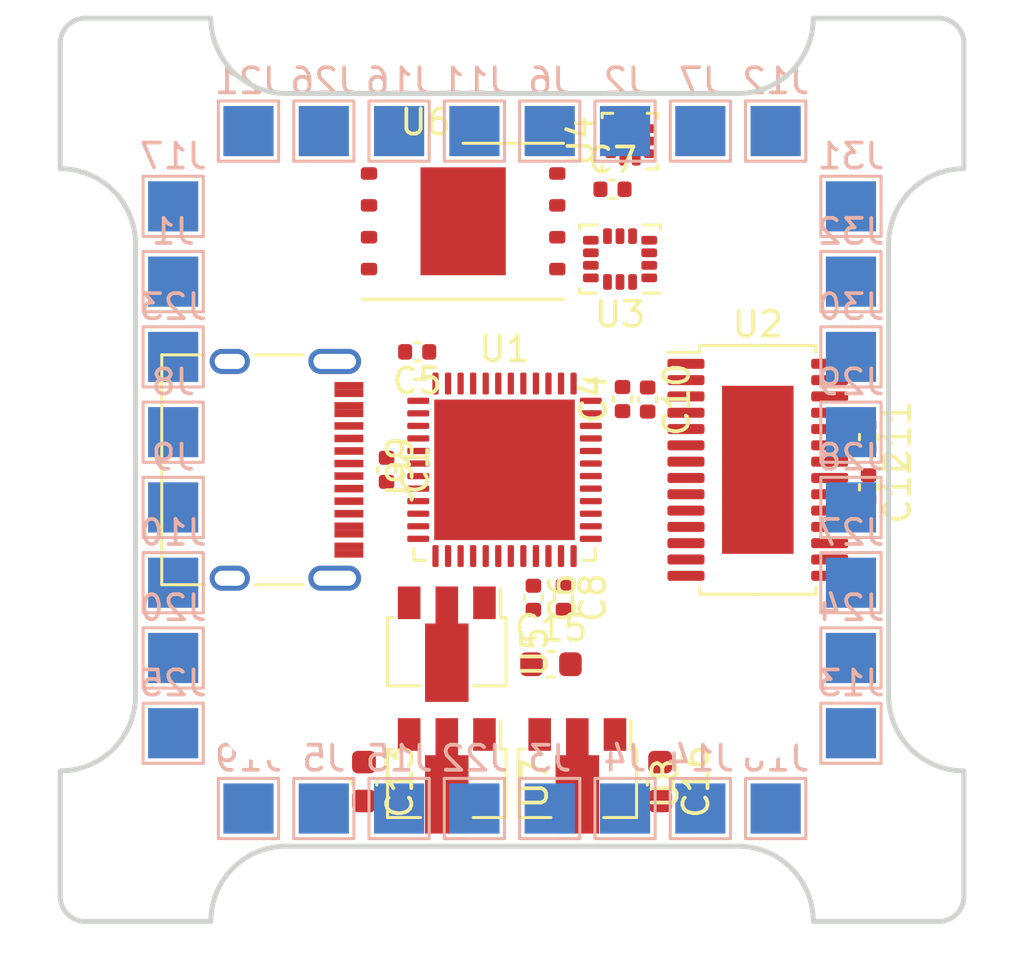
<source format=kicad_pcb>
(kicad_pcb (version 20221018) (generator pcbnew)
  (layers (0 "F.Cu" signal) (1 "In1.Cu" signal) (2 "In2.Cu" signal) (31 "B.Cu" signal) (34 "B.Paste" user) (35 "F.Paste" user) (36 "B.SilkS" user "B.Silkscreen") (37 "F.SilkS" user "F.Silkscreen") (38 "B.Mask" user) (39 "F.Mask" user) (44 "Edge.Cuts" user))
  (net 0 "")
  (net 1 "NRST")
  (net 2 "+3V3")
  (net 3 "+5V")
  (net 4 "PWM_1")
  (net 5 "PWM_2")
  (net 6 "PWM_3")
  (net 7 "PWM_4")
  (net 8 "SWCLK")
  (net 9 "SWDIO")
  (net 13 "+BATT")
  (net 15 "+9V")
  (net 16 "VSENSE")
  (net 17 "SPI1_CLK")
  (net 19 "SPI1_MISO")
  (net 20 "SPI1_MOSI")
  (net 24 "PWM_5")
  (net 25 "PWM_6")
  (net 26 "SPI2_CLK")
  (net 29 "SPI2_MISO")
  (net 30 "SPI2_MOSI")
  (net 39 "USB_DM")
  (net 44 "USB_DP")
  (net 45 "I2C_SCL")
  (net 46 "BOOT0")
  (net 51 "I2C_SDA")
  (net 52 "IMU_CS")
  (net 54 "BARO_CS")
  (net 55 "FLASH_CS")
  (net 60 "UART_1_TX")
  (net 61 "UART_1_RX")
  (net 62 "UART_2_TX")
  (net 63 "UART_2_RX")
  (net 64 "UART_3_TX")
  (net 65 "UART_3_RX")
  (net 66 "UART_4_TX")
  (net 67 "UART_4_RX")
  (net 68 "BUZZER")
  (net 69 "CAMERA")
  (net 70 "VIDEO")
  (net 71 "SPI_1_CLK")
  (net 72 "SPI_1_MISO")
  (net 73 "SPI_1_MOSI")
  (net 74 "SPI_2_CLK")
  (net 75 "SPI_2_MISO")
  (net 76 "SPI_2_MOSI")
  (net 77 "Net-(D1-A)")
  (net 78 "Net-(J99-CC1)")
  (net 80 "Net-(J99-CC2)")
  (net 82 "GND")
  (footprint "Package_SO:TSSOP-28-1EP_4.4x9.7mm_P0.65mm_EP2.85x6.7mm" (layer "F.Cu") (at 157.79 68)
    (fp_text reference "U2" (at 0 -5.8) (layer "F.SilkS"))
    (fp_text value "AT7456E")
    (pad "1" smd roundrect (at -2.8625 -4.225) (size 1.475 0.4) (layers "F.Cu" "F.Paste" "F.Mask"))
    (pad "2" smd roundrect (at -2.8625 -3.575) (size 1.475 0.4) (layers "F.Cu" "F.Paste" "F.Mask"))
    (pad "3" smd roundrect (at -2.8625 -2.925) (size 1.475 0.4) (layers "F.Cu" "F.Paste" "F.Mask") (net 3 "+5V"))
    (pad "4" smd roundrect (at -2.8625 -2.275) (size 1.475 0.4) (layers "F.Cu" "F.Paste" "F.Mask") (net 82 "GND"))
    (pad "5" smd roundrect (at -2.8625 -1.625) (size 1.475 0.4) (layers "F.Cu" "F.Paste" "F.Mask"))
    (pad "6" smd roundrect (at -2.8625 -0.975) (size 1.475 0.4) (layers "F.Cu" "F.Paste" "F.Mask"))
    (pad "7" smd roundrect (at -2.8625 -0.325) (size 1.475 0.4) (layers "F.Cu" "F.Paste" "F.Mask"))
    (pad "8" smd roundrect (at -2.8625 0.325) (size 1.475 0.4) (layers "F.Cu" "F.Paste" "F.Mask"))
    (pad "9" smd roundrect (at -2.8625 0.975) (size 1.475 0.4) (layers "F.Cu" "F.Paste" "F.Mask") (net 30 "SPI2_MOSI"))
    (pad "10" smd roundrect (at -2.8625 1.625) (size 1.475 0.4) (layers "F.Cu" "F.Paste" "F.Mask") (net 26 "SPI2_CLK"))
    (pad "11" smd roundrect (at -2.8625 2.275) (size 1.475 0.4) (layers "F.Cu" "F.Paste" "F.Mask") (net 29 "SPI2_MISO"))
    (pad "12" smd roundrect (at -2.8625 2.925) (size 1.475 0.4) (layers "F.Cu" "F.Paste" "F.Mask"))
    (pad "13" smd roundrect (at -2.8625 3.575) (size 1.475 0.4) (layers "F.Cu" "F.Paste" "F.Mask"))
    (pad "14" smd roundrect (at -2.8625 4.225) (size 1.475 0.4) (layers "F.Cu" "F.Paste" "F.Mask"))
    (pad "15" smd roundrect (at 2.8625 4.225) (size 1.475 0.4) (layers "F.Cu" "F.Paste" "F.Mask"))
    (pad "16" smd roundrect (at 2.8625 3.575) (size 1.475 0.4) (layers "F.Cu" "F.Paste" "F.Mask"))
    (pad "17" smd roundrect (at 2.8625 2.925) (size 1.475 0.4) (layers "F.Cu" "F.Paste" "F.Mask"))
    (pad "18" smd roundrect (at 2.8625 2.275) (size 1.475 0.4) (layers "F.Cu" "F.Paste" "F.Mask"))
    (pad "19" smd roundrect (at 2.8625 1.625) (size 1.475 0.4) (layers "F.Cu" "F.Paste" "F.Mask"))
    (pad "20" smd roundrect (at 2.8625 0.975) (size 1.475 0.4) (layers "F.Cu" "F.Paste" "F.Mask") (net 82 "GND"))
    (pad "21" smd roundrect (at 2.8625 0.325) (size 1.475 0.4) (layers "F.Cu" "F.Paste" "F.Mask") (net 3 "+5V"))
    (pad "22" smd roundrect (at 2.8625 -0.325) (size 1.475 0.4) (layers "F.Cu" "F.Paste" "F.Mask"))
    (pad "23" smd roundrect (at 2.8625 -0.975) (size 1.475 0.4) (layers "F.Cu" "F.Paste" "F.Mask") (net 82 "GND"))
    (pad "24" smd roundrect (at 2.8625 -1.625) (size 1.475 0.4) (layers "F.Cu" "F.Paste" "F.Mask") (net 3 "+5V"))
    (pad "25" smd roundrect (at 2.8625 -2.275) (size 1.475 0.4) (layers "F.Cu" "F.Paste" "F.Mask"))
    (pad "26" smd roundrect (at 2.8625 -2.925) (size 1.475 0.4) (layers "F.Cu" "F.Paste" "F.Mask"))
    (pad "27" smd roundrect (at 2.8625 -3.575) (size 1.475 0.4) (layers "F.Cu" "F.Paste" "F.Mask"))
    (pad "28" smd roundrect (at 2.8625 -4.225) (size 1.475 0.4) (layers "F.Cu" "F.Paste" "F.Mask"))
    (pad "29" smd rect (at 0 0) (size 2.85 6.7) (layers "F.Cu" "F.Mask"))
  )
  (footprint "Package_DFN_QFN:QFN-48-1EP_7x7mm_P0.5mm_EP5.6x5.6mm" (layer "F.Cu") (at 147.7 68)
    (fp_text reference "U1" (at 0 -4.82) (layer "F.SilkS"))
    (fp_text value "STM32G431CBUx")
    (pad "1" smd roundrect (at -3.4375 -2.75) (size 0.875 0.25) (layers "F.Cu" "F.Paste" "F.Mask") (net 2 "+3V3"))
    (pad "2" smd roundrect (at -3.4375 -2.25) (size 0.875 0.25) (layers "F.Cu" "F.Paste" "F.Mask"))
    (pad "3" smd roundrect (at -3.4375 -1.75) (size 0.875 0.25) (layers "F.Cu" "F.Paste" "F.Mask"))
    (pad "4" smd roundrect (at -3.4375 -1.25) (size 0.875 0.25) (layers "F.Cu" "F.Paste" "F.Mask"))
    (pad "5" smd roundrect (at -3.4375 -0.75) (size 0.875 0.25) (layers "F.Cu" "F.Paste" "F.Mask") (net 16 "VSENSE"))
    (pad "6" smd roundrect (at -3.4375 -0.25) (size 0.875 0.25) (layers "F.Cu" "F.Paste" "F.Mask") (net 16 "VSENSE"))
    (pad "7" smd roundrect (at -3.4375 0.25) (size 0.875 0.25) (layers "F.Cu" "F.Paste" "F.Mask") (net 1 "NRST"))
    (pad "8" smd roundrect (at -3.4375 0.75) (size 0.875 0.25) (layers "F.Cu" "F.Paste" "F.Mask") (net 4 "PWM_1"))
    (pad "9" smd roundrect (at -3.4375 1.25) (size 0.875 0.25) (layers "F.Cu" "F.Paste" "F.Mask") (net 5 "PWM_2"))
    (pad "10" smd roundrect (at -3.4375 1.75) (size 0.875 0.25) (layers "F.Cu" "F.Paste" "F.Mask") (net 6 "PWM_3"))
    (pad "11" smd roundrect (at -3.4375 2.25) (size 0.875 0.25) (layers "F.Cu" "F.Paste" "F.Mask") (net 7 "PWM_4"))
    (pad "12" smd roundrect (at -3.4375 2.75) (size 0.875 0.25) (layers "F.Cu" "F.Paste" "F.Mask"))
    (pad "13" smd roundrect (at -2.75 3.4375) (size 0.25 0.875) (layers "F.Cu" "F.Paste" "F.Mask") (net 71 "SPI_1_CLK"))
    (pad "14" smd roundrect (at -2.25 3.4375) (size 0.25 0.875) (layers "F.Cu" "F.Paste" "F.Mask") (net 72 "SPI_1_MISO"))
    (pad "15" smd roundrect (at -1.75 3.4375) (size 0.25 0.875) (layers "F.Cu" "F.Paste" "F.Mask") (net 73 "SPI_1_MOSI"))
    (pad "16" smd roundrect (at -1.25 3.4375) (size 0.25 0.875) (layers "F.Cu" "F.Paste" "F.Mask"))
    (pad "17" smd roundrect (at -0.75 3.4375) (size 0.25 0.875) (layers "F.Cu" "F.Paste" "F.Mask") (net 24 "PWM_5"))
    (pad "18" smd roundrect (at -0.25 3.4375) (size 0.25 0.875) (layers "F.Cu" "F.Paste" "F.Mask") (net 25 "PWM_6"))
    (pad "19" smd roundrect (at 0.25 3.4375) (size 0.25 0.875) (layers "F.Cu" "F.Paste" "F.Mask"))
    (pad "20" smd roundrect (at 0.75 3.4375) (size 0.25 0.875) (layers "F.Cu" "F.Paste" "F.Mask"))
    (pad "21" smd roundrect (at 1.25 3.4375) (size 0.25 0.875) (layers "F.Cu" "F.Paste" "F.Mask") (net 2 "+3V3"))
    (pad "22" smd roundrect (at 1.75 3.4375) (size 0.25 0.875) (layers "F.Cu" "F.Paste" "F.Mask") (net 67 "UART_4_RX"))
    (pad "23" smd roundrect (at 2.25 3.4375) (size 0.25 0.875) (layers "F.Cu" "F.Paste" "F.Mask") (net 2 "+3V3"))
    (pad "24" smd roundrect (at 2.75 3.4375) (size 0.25 0.875) (layers "F.Cu" "F.Paste" "F.Mask") (net 66 "UART_4_TX"))
    (pad "25" smd roundrect (at 3.4375 2.75) (size 0.875 0.25) (layers "F.Cu" "F.Paste" "F.Mask"))
    (pad "26" smd roundrect (at 3.4375 2.25) (size 0.875 0.25) (layers "F.Cu" "F.Paste" "F.Mask") (net 74 "SPI_2_CLK"))
    (pad "27" smd roundrect (at 3.4375 1.75) (size 0.875 0.25) (layers "F.Cu" "F.Paste" "F.Mask") (net 75 "SPI_2_MISO"))
    (pad "28" smd roundrect (at 3.4375 1.25) (size 0.875 0.25) (layers "F.Cu" "F.Paste" "F.Mask") (net 76 "SPI_2_MOSI"))
    (pad "29" smd roundrect (at 3.4375 0.75) (size 0.875 0.25) (layers "F.Cu" "F.Paste" "F.Mask"))
    (pad "30" smd roundrect (at 3.4375 0.25) (size 0.875 0.25) (layers "F.Cu" "F.Paste" "F.Mask"))
    (pad "31" smd roundrect (at 3.4375 -0.25) (size 0.875 0.25) (layers "F.Cu" "F.Paste" "F.Mask"))
    (pad "32" smd roundrect (at 3.4375 -0.75) (size 0.875 0.25) (layers "F.Cu" "F.Paste" "F.Mask"))
    (pad "33" smd roundrect (at 3.4375 -1.25) (size 0.875 0.25) (layers "F.Cu" "F.Paste" "F.Mask") (net 39 "USB_DM"))
    (pad "34" smd roundrect (at 3.4375 -1.75) (size 0.875 0.25) (layers "F.Cu" "F.Paste" "F.Mask") (net 44 "USB_DP"))
    (pad "35" smd roundrect (at 3.4375 -2.25) (size 0.875 0.25) (layers "F.Cu" "F.Paste" "F.Mask") (net 2 "+3V3"))
    (pad "36" smd roundrect (at 3.4375 -2.75) (size 0.875 0.25) (layers "F.Cu" "F.Paste" "F.Mask") (net 9 "SWDIO"))
    (pad "37" smd roundrect (at 2.75 -3.4375) (size 0.25 0.875) (layers "F.Cu" "F.Paste" "F.Mask") (net 8 "SWCLK"))
    (pad "38" smd roundrect (at 2.25 -3.4375) (size 0.25 0.875) (layers "F.Cu" "F.Paste" "F.Mask") (net 45 "I2C_SCL"))
    (pad "39" smd roundrect (at 1.75 -3.4375) (size 0.25 0.875) (layers "F.Cu" "F.Paste" "F.Mask") (net 64 "UART_3_TX"))
    (pad "40" smd roundrect (at 1.25 -3.4375) (size 0.25 0.875) (layers "F.Cu" "F.Paste" "F.Mask") (net 65 "UART_3_RX"))
    (pad "41" smd roundrect (at 0.75 -3.4375) (size 0.25 0.875) (layers "F.Cu" "F.Paste" "F.Mask") (net 62 "UART_2_TX"))
    (pad "42" smd roundrect (at 0.25 -3.4375) (size 0.25 0.875) (layers "F.Cu" "F.Paste" "F.Mask") (net 63 "UART_2_RX"))
    (pad "43" smd roundrect (at -0.25 -3.4375) (size 0.25 0.875) (layers "F.Cu" "F.Paste" "F.Mask"))
    (pad "44" smd roundrect (at -0.75 -3.4375) (size 0.25 0.875) (layers "F.Cu" "F.Paste" "F.Mask") (net 60 "UART_1_TX"))
    (pad "45" smd roundrect (at -1.25 -3.4375) (size 0.25 0.875) (layers "F.Cu" "F.Paste" "F.Mask") (net 61 "UART_1_RX"))
    (pad "46" smd roundrect (at -1.75 -3.4375) (size 0.25 0.875) (layers "F.Cu" "F.Paste" "F.Mask") (net 46 "BOOT0"))
    (pad "47" smd roundrect (at -2.25 -3.4375) (size 0.25 0.875) (layers "F.Cu" "F.Paste" "F.Mask") (net 51 "I2C_SDA"))
    (pad "48" smd roundrect (at -2.75 -3.4375) (size 0.25 0.875) (layers "F.Cu" "F.Paste" "F.Mask") (net 2 "+3V3"))
    (pad "49" smd rect (at 0 0) (size 5.6 5.6) (layers "F.Cu" "F.Mask") (net 82 "GND"))
  )
  (footprint "Capacitor_SMD:C_0402_1005Metric" (layer "F.Cu") (at 152.4 65.18 90)
    (fp_text reference "C4" (at 0 -1.16 90) (layer "F.SilkS"))
    (fp_text value "100n")
    (pad "1" smd roundrect (at -0.48 0 90) (size 0.56 0.62) (layers "F.Cu" "F.Paste" "F.Mask") (net 2 "+3V3"))
    (pad "2" smd roundrect (at 0.48 0 90) (size 0.56 0.62) (layers "F.Cu" "F.Paste" "F.Mask") (net 82 "GND"))
  )
  (footprint "MountingHole:MountingHole_3.2mm_M3" (layer "F.Cu") (at 132.75 83.25)
    (fp_text reference "H3" hide)
    (fp_text value "MountingHole")
    (pad "" np_thru_hole circle locked (at 0 0) (size 3.2 3.2) (drill 3.2) (layers "*.Cu" "*.Mask"))
  )
  (footprint "Capacitor_SMD:C_0402_1005Metric" (layer "F.Cu") (at 152 56.82)
    (fp_text reference "C7" (at 0 -1.16) (layer "F.SilkS"))
    (fp_text value "100n")
    (pad "1" smd roundrect (at -0.48 0) (size 0.56 0.62) (layers "F.Cu" "F.Paste" "F.Mask") (net 2 "+3V3"))
    (pad "2" smd roundrect (at 0.48 0) (size 0.56 0.62) (layers "F.Cu" "F.Paste" "F.Mask") (net 82 "GND"))
  )
  (footprint "Connector_USB:USB_C_Receptacle_XKB_U262-16XN-4BVC11" (layer "F.Cu") (at 137.83 68 -90)
    (fp_text reference "J99" (at 0 -5.715 90) (layer "F.SilkS"))
    (fp_text value "USB_C_Receptacle_USB2.0")
    (pad "" np_thru_hole circle (at -2.89 -2.605 270) (size 0.65 0.65) (drill 0.65) (layers "*.Cu" "*.Mask"))
    (pad "" np_thru_hole circle (at 2.89 -2.605 270) (size 0.65 0.65) (drill 0.65) (layers "*.Cu" "*.Mask"))
    (pad "A1" smd rect (at -3.35 -3.67 270) (size 0.3 1.15) (layers "F.Cu" "F.Paste" "F.Mask") (net 82 "GND"))
    (pad "A4" smd rect (at -2.55 -3.67 270) (size 0.3 1.15) (layers "F.Cu" "F.Paste" "F.Mask") (net 77 "Net-(D1-A)"))
    (pad "A5" smd rect (at -1.25 -3.67 270) (size 0.3 1.15) (layers "F.Cu" "F.Paste" "F.Mask") (net 78 "Net-(J99-CC1)"))
    (pad "A6" smd rect (at -0.25 -3.67 270) (size 0.3 1.15) (layers "F.Cu" "F.Paste" "F.Mask") (net 44 "USB_DP"))
    (pad "A7" smd rect (at 0.25 -3.67 270) (size 0.3 1.15) (layers "F.Cu" "F.Paste" "F.Mask") (net 39 "USB_DM"))
    (pad "A8" smd rect (at 1.25 -3.67 270) (size 0.3 1.15) (layers "F.Cu" "F.Paste" "F.Mask"))
    (pad "A9" smd rect (at 2.55 -3.67 270) (size 0.3 1.15) (layers "F.Cu" "F.Paste" "F.Mask") (net 77 "Net-(D1-A)"))
    (pad "A12" smd rect (at 3.35 -3.67 270) (size 0.3 1.15) (layers "F.Cu" "F.Paste" "F.Mask") (net 82 "GND"))
    (pad "B1" smd rect (at 3.05 -3.67 270) (size 0.3 1.15) (layers "F.Cu" "F.Paste" "F.Mask") (net 82 "GND"))
    (pad "B4" smd rect (at 2.25 -3.67 270) (size 0.3 1.15) (layers "F.Cu" "F.Paste" "F.Mask") (net 77 "Net-(D1-A)"))
    (pad "B5" smd rect (at 1.75 -3.67 270) (size 0.3 1.15) (layers "F.Cu" "F.Paste" "F.Mask") (net 80 "Net-(J99-CC2)"))
    (pad "B6" smd rect (at 0.75 -3.67 270) (size 0.3 1.15) (layers "F.Cu" "F.Paste" "F.Mask") (net 44 "USB_DP"))
    (pad "B7" smd rect (at -0.75 -3.67 270) (size 0.3 1.15) (layers "F.Cu" "F.Paste" "F.Mask") (net 39 "USB_DM"))
    (pad "B8" smd rect (at -1.75 -3.67 270) (size 0.3 1.15) (layers "F.Cu" "F.Paste" "F.Mask"))
    (pad "B9" smd rect (at -2.25 -3.67 270) (size 0.3 1.15) (layers "F.Cu" "F.Paste" "F.Mask") (net 77 "Net-(D1-A)"))
    (pad "B12" smd rect (at -3.05 -3.67 270) (size 0.3 1.15) (layers "F.Cu" "F.Paste" "F.Mask") (net 82 "GND"))
    (pad "S1" thru_hole oval (at -4.32 -3.105 270) (size 1 2.1) (drill oval 0.6 1.7) (layers "*.Cu" "*.Mask") (net 82 "GND"))
    (pad "S1" thru_hole oval (at -4.32 1.075 270) (size 1 1.6) (drill oval 0.6 1.2) (layers "*.Cu" "*.Mask") (net 82 "GND"))
    (pad "S1" thru_hole oval (at 4.32 -3.105 270) (size 1 2.1) (drill oval 0.6 1.7) (layers "*.Cu" "*.Mask") (net 82 "GND"))
    (pad "S1" thru_hole oval (at 4.32 1.075 270) (size 1 1.6) (drill oval 0.6 1.2) (layers "*.Cu" "*.Mask") (net 82 "GND"))
  )
  (footprint "Capacitor_SMD:C_0603_1608Metric" (layer "F.Cu") (at 149.55 75.75)
    (fp_text reference "C15" (at 0 -1.43) (layer "F.SilkS"))
    (fp_text value "4.7u")
    (pad "1" smd roundrect (at -0.775 0) (size 0.9 0.95) (layers "F.Cu" "F.Paste" "F.Mask") (net 2 "+3V3"))
    (pad "2" smd roundrect (at 0.775 0) (size 0.9 0.95) (layers "F.Cu" "F.Paste" "F.Mask") (net 82 "GND"))
  )
  (footprint "Capacitor_SMD:C_0402_1005Metric" (layer "F.Cu") (at 153.4 65.2 -90)
    (fp_text reference "C10" (at 0 -1.16 90) (layer "F.SilkS"))
    (fp_text value "100n")
    (pad "1" smd roundrect (at -0.48 0 270) (size 0.56 0.62) (layers "F.Cu" "F.Paste" "F.Mask") (net 3 "+5V"))
    (pad "2" smd roundrect (at 0.48 0 270) (size 0.56 0.62) (layers "F.Cu" "F.Paste" "F.Mask") (net 82 "GND"))
  )
  (footprint "Capacitor_SMD:C_0402_1005Metric" (layer "F.Cu") (at 144.22 63.3 180)
    (fp_text reference "C5" (at 0 -1.16) (layer "F.SilkS"))
    (fp_text value "100n")
    (pad "1" smd roundrect (at -0.48 0 180) (size 0.56 0.62) (layers "F.Cu" "F.Paste" "F.Mask") (net 2 "+3V3"))
    (pad "2" smd roundrect (at 0.48 0 180) (size 0.56 0.62) (layers "F.Cu" "F.Paste" "F.Mask") (net 82 "GND"))
  )
  (footprint "Capacitor_SMD:C_0402_1005Metric" (layer "F.Cu") (at 150.05 73.1 -90)
    (fp_text reference "C8" (at 0 -1.16 90) (layer "F.SilkS"))
    (fp_text value "100n")
    (pad "1" smd roundrect (at -0.48 0 270) (size 0.56 0.62) (layers "F.Cu" "F.Paste" "F.Mask") (net 2 "+3V3"))
    (pad "2" smd roundrect (at 0.48 0 270) (size 0.56 0.62) (layers "F.Cu" "F.Paste" "F.Mask") (net 82 "GND"))
  )
  (footprint "Capacitor_SMD:C_0402_1005Metric" (layer "F.Cu") (at 143 68 -90)
    (fp_text reference "C1" (at 0 -1.16 90) (layer "F.SilkS"))
    (fp_text value "100n")
    (pad "1" smd roundrect (at -0.48 0 270) (size 0.56 0.62) (layers "F.Cu" "F.Paste" "F.Mask") (net 82 "GND"))
    (pad "2" smd roundrect (at 0.48 0 270) (size 0.56 0.62) (layers "F.Cu" "F.Paste" "F.Mask") (net 1 "NRST"))
  )
  (footprint "Package_LGA:LGA-14_3x2.5mm_P0.5mm_LayoutBorder3x4y" (layer "F.Cu") (at 152.3 59.6 180)
    (fp_text reference "U3" (at 0 -2.2) (layer "F.SilkS"))
    (fp_text value "LSM6DSR")
    (pad "1" smd roundrect (at -1.1625 -0.75 180) (size 0.625 0.35) (layers "F.Cu" "F.Paste" "F.Mask") (net 19 "SPI1_MISO"))
    (pad "2" smd roundrect (at -1.1625 -0.25 180) (size 0.625 0.35) (layers "F.Cu" "F.Paste" "F.Mask") (net 82 "GND"))
    (pad "3" smd roundrect (at -1.1625 0.25 180) (size 0.625 0.35) (layers "F.Cu" "F.Paste" "F.Mask") (net 82 "GND"))
    (pad "4" smd roundrect (at -1.1625 0.75 180) (size 0.625 0.35) (layers "F.Cu" "F.Paste" "F.Mask"))
    (pad "5" smd roundrect (at -0.5 0.9125 180) (size 0.35 0.625) (layers "F.Cu" "F.Paste" "F.Mask") (net 2 "+3V3"))
    (pad "6" smd roundrect (at 0 0.9125 180) (size 0.35 0.625) (layers "F.Cu" "F.Paste" "F.Mask") (net 82 "GND"))
    (pad "7" smd roundrect (at 0.5 0.9125 180) (size 0.35 0.625) (layers "F.Cu" "F.Paste" "F.Mask") (net 82 "GND"))
    (pad "8" smd roundrect (at 1.1625 0.75 180) (size 0.625 0.35) (layers "F.Cu" "F.Paste" "F.Mask") (net 2 "+3V3"))
    (pad "9" smd roundrect (at 1.1625 0.25 180) (size 0.625 0.35) (layers "F.Cu" "F.Paste" "F.Mask"))
    (pad "10" smd roundrect (at 1.1625 -0.25 180) (size 0.625 0.35) (layers "F.Cu" "F.Paste" "F.Mask"))
    (pad "11" smd roundrect (at 1.1625 -0.75 180) (size 0.625 0.35) (layers "F.Cu" "F.Paste" "F.Mask"))
    (pad "12" smd roundrect (at 0.5 -0.9125 180) (size 0.35 0.625) (layers "F.Cu" "F.Paste" "F.Mask") (net 52 "IMU_CS"))
    (pad "13" smd roundrect (at 0 -0.9125 180) (size 0.35 0.625) (layers "F.Cu" "F.Paste" "F.Mask") (net 17 "SPI1_CLK"))
    (pad "14" smd roundrect (at -0.5 -0.9125 180) (size 0.35 0.625) (layers "F.Cu" "F.Paste" "F.Mask") (net 20 "SPI1_MOSI"))
  )
  (footprint "Capacitor_SMD:C_0402_1005Metric" (layer "F.Cu") (at 162.2 68.7 -90)
    (fp_text reference "C12" (at 0 -1.16 90) (layer "F.SilkS"))
    (fp_text value "100n")
    (pad "1" smd roundrect (at -0.48 0 270) (size 0.56 0.62) (layers "F.Cu" "F.Paste" "F.Mask") (net 3 "+5V"))
    (pad "2" smd roundrect (at 0.48 0 270) (size 0.56 0.62) (layers "F.Cu" "F.Paste" "F.Mask") (net 82 "GND"))
  )
  (footprint "Capacitor_SMD:C_0603_1608Metric" (layer "F.Cu") (at 142.1 80.425 -90)
    (fp_text reference "C13" (at 0 -1.43 -270) (layer "F.SilkS"))
    (fp_text value "4.7u")
    (pad "1" smd roundrect (at -0.775 0 270) (size 0.9 0.95) (layers "F.Cu" "F.Paste" "F.Mask") (net 3 "+5V"))
    (pad "2" smd roundrect (at 0.775 0 270) (size 0.9 0.95) (layers "F.Cu" "F.Paste" "F.Mask") (net 82 "GND"))
  )
  (footprint "MountingHole:MountingHole_3.2mm_M3" (layer "F.Cu") (at 138 78)
    (fp_text reference "H7" hide)
    (fp_text value "MountingHole")
    (pad "" np_thru_hole circle locked (at 0 0) (size 3.2 3.2) (drill 3.2) (layers "*.Cu" "*.Mask"))
  )
  (footprint "MountingHole:MountingHole_3.2mm_M3" (layer "F.Cu") (at 163.25 52.75)
    (fp_text reference "H2" hide)
    (fp_text value "MountingHole")
    (pad "" np_thru_hole circle locked (at 0 0) (size 3.2 3.2) (drill 3.2) (layers "*.Cu" "*.Mask"))
  )
  (footprint "Package_TO_SOT_SMD:SOT-89-3" (layer "F.Cu") (at 145.4 75.25 -90)
    (fp_text reference "U5" (at 0 -3.5 90) (layer "F.SilkS"))
    (fp_text value "L78L33_SOT89")
    (pad "1" smd rect (at -1.95 -1.5 270) (size 1.3 0.9) (layers "F.Cu" "F.Paste" "F.Mask") (net 2 "+3V3"))
    (pad "2" smd custom (at -1.8625 0 270) (size 1.475 0.9) (layers "F.Cu" "F.Paste" "F.Mask") (net 82 "GND") (options (clearance outline) (anchor rect)) (primitives (gr_poly (pts (xy 3.8625 0.8665) (xy 0.7375 0.8665) (xy 0.7375 -0.8665) (xy 3.8625 -0.8665)) (width 0) (fill yes))))
    (pad "3" smd rect (at -1.95 1.5 270) (size 1.3 0.9) (layers "F.Cu" "F.Paste" "F.Mask") (net 3 "+5V"))
  )
  (footprint "Capacitor_SMD:C_0402_1005Metric" (layer "F.Cu") (at 148.85 73.1 -90)
    (fp_text reference "C6" (at 0 -1.16 -270) (layer "F.SilkS"))
    (fp_text value "100n")
    (pad "1" smd roundrect (at -0.48 0 270) (size 0.56 0.62) (layers "F.Cu" "F.Paste" "F.Mask") (net 2 "+3V3"))
    (pad "2" smd roundrect (at 0.48 0 270) (size 0.56 0.62) (layers "F.Cu" "F.Paste" "F.Mask") (net 82 "GND"))
  )
  (footprint "Capacitor_SMD:C_0402_1005Metric" (layer "F.Cu") (at 162.2 66.7 -90)
    (fp_text reference "C11" (at 0 -1.16 90) (layer "F.SilkS"))
    (fp_text value "100n")
    (pad "1" smd roundrect (at -0.48 0 270) (size 0.56 0.62) (layers "F.Cu" "F.Paste" "F.Mask") (net 3 "+5V"))
    (pad "2" smd roundrect (at 0.48 0 270) (size 0.56 0.62) (layers "F.Cu" "F.Paste" "F.Mask") (net 82 "GND"))
  )
  (footprint "Package_TO_SOT_SMD:SOT-89-3" (layer "F.Cu") (at 150.6 80.5 -90)
    (fp_text reference "U8" (at 0 -3.5 90) (layer "F.SilkS"))
    (fp_text value "L78L09_SOT89")
    (pad "1" smd rect (at -1.95 -1.5 270) (size 1.3 0.9) (layers "F.Cu" "F.Paste" "F.Mask") (net 15 "+9V"))
    (pad "2" smd custom (at -1.8625 0 270) (size 1.475 0.9) (layers "F.Cu" "F.Paste" "F.Mask") (net 82 "GND") (options (clearance outline) (anchor rect)) (primitives (gr_poly (pts (xy 3.8625 0.8665) (xy 0.7375 0.8665) (xy 0.7375 -0.8665) (xy 3.8625 -0.8665)) (width 0) (fill yes))))
    (pad "3" smd rect (at -1.95 1.5 270) (size 1.3 0.9) (layers "F.Cu" "F.Paste" "F.Mask") (net 13 "+BATT"))
  )
  (footprint "Package_SON:WSON-8-1EP_8x6mm_P1.27mm_EP3.4x4.3mm" (layer "F.Cu") (at 146.05 58.095)
    (fp_text reference "U6" (at -1.5 -3.95) (layer "F.SilkS"))
    (fp_text value "W25N01GVZEIG")
    (pad "1" smd roundrect (at -3.75 -1.905) (size 0.65 0.5) (layers "F.Cu" "F.Paste" "F.Mask") (net 55 "FLASH_CS"))
    (pad "2" smd roundrect (at -3.75 -0.635) (size 0.65 0.5) (layers "F.Cu" "F.Paste" "F.Mask") (net 29 "SPI2_MISO"))
    (pad "3" smd roundrect (at -3.75 0.635) (size 0.65 0.5) (layers "F.Cu" "F.Paste" "F.Mask"))
    (pad "4" smd roundrect (at -3.75 1.905) (size 0.65 0.5) (layers "F.Cu" "F.Paste" "F.Mask") (net 82 "GND"))
    (pad "5" smd roundrect (at 3.75 1.905) (size 0.65 0.5) (layers "F.Cu" "F.Paste" "F.Mask") (net 30 "SPI2_MOSI"))
    (pad "6" smd roundrect (at 3.75 0.635) (size 0.65 0.5) (layers "F.Cu" "F.Paste" "F.Mask") (net 26 "SPI2_CLK"))
    (pad "7" smd roundrect (at 3.75 -0.635) (size 0.65 0.5) (layers "F.Cu" "F.Paste" "F.Mask"))
    (pad "8" smd roundrect (at 3.75 -1.905) (size 0.65 0.5) (layers "F.Cu" "F.Paste" "F.Mask") (net 2 "+3V3"))
    (pad "9" smd rect (at 0 0) (size 3.4 4.3) (layers "F.Cu" "F.Mask"))
  )
  (footprint "MountingHole:MountingHole_3.2mm_M3" (layer "F.Cu") (at 163.25 83.25)
    (fp_text reference "H4" hide)
    (fp_text value "MountingHole")
    (pad "" np_thru_hole circle locked (at 0 0) (size 3.2 3.2) (drill 3.2) (layers "*.Cu" "*.Mask"))
  )
  (footprint "MountingHole:MountingHole_3.2mm_M3" (layer "F.Cu") (at 132.75 52.75)
    (fp_text reference "H1" hide)
    (fp_text value "MountingHole")
    (pad "" np_thru_hole circle locked (at 0 0) (size 3.2 3.2) (drill 3.2) (layers "*.Cu" "*.Mask"))
  )
  (footprint "Package_TO_SOT_SMD:SOT-89-3" (layer "F.Cu") (at 145.4 80.5 -90)
    (fp_text reference "U7" (at 0 -3.5 90) (layer "F.SilkS"))
    (fp_text value "L78L05_SOT89")
    (pad "1" smd rect (at -1.95 -1.5 270) (size 1.3 0.9) (layers "F.Cu" "F.Paste" "F.Mask") (net 3 "+5V"))
    (pad "2" smd custom (at -1.8625 0 270) (size 1.475 0.9) (layers "F.Cu" "F.Paste" "F.Mask") (net 82 "GND") (options (clearance outline) (anchor rect)) (primitives (gr_poly (pts (xy 3.8625 0.8665) (xy 0.7375 0.8665) (xy 0.7375 -0.8665) (xy 3.8625 -0.8665)) (width 0) (fill yes))))
    (pad "3" smd rect (at -1.95 1.5 270) (size 1.3 0.9) (layers "F.Cu" "F.Paste" "F.Mask") (net 13 "+BATT"))
  )
  (footprint "MountingHole:MountingHole_3.2mm_M3" (layer "F.Cu") (at 158 58)
    (fp_text reference "H6" hide)
    (fp_text value "MountingHole")
    (pad "" np_thru_hole circle locked (at 0 0) (size 3.2 3.2) (drill 3.2) (layers "*.Cu" "*.Mask"))
  )
  (footprint "MountingHole:MountingHole_3.2mm_M3" (layer "F.Cu") (at 138 58)
    (fp_text reference "H5" hide)
    (fp_text value "MountingHole")
    (pad "" np_thru_hole circle locked (at 0 0) (size 3.2 3.2) (drill 3.2) (layers "*.Cu" "*.Mask"))
  )
  (footprint "MountingHole:MountingHole_3.2mm_M3" (layer "F.Cu") (at 158 78)
    (fp_text reference "H8" hide)
    (fp_text value "MountingHole")
    (pad "" np_thru_hole circle locked (at 0 0) (size 3.2 3.2) (drill 3.2) (layers "*.Cu" "*.Mask"))
  )
  (footprint "Package_LGA:ST_HLGA-10_2x2mm_P0.5mm_LayoutBorder3x2y" (layer "F.Cu") (at 152.7 54.9 90)
    (fp_text reference "U4" (at 0 -1.95 90) (layer "F.SilkS"))
    (fp_text value "LPS22HH")
    (pad "1" smd roundrect (at -0.7625 -0.25 90) (size 0.425 0.35) (layers "F.Cu" "F.Paste" "F.Mask") (net 2 "+3V3"))
    (pad "2" smd roundrect (at -0.7625 0.25 90) (size 0.425 0.35) (layers "F.Cu" "F.Paste" "F.Mask") (net 17 "SPI1_CLK"))
    (pad "3" smd roundrect (at -0.5 0.7625 90) (size 0.35 0.425) (layers "F.Cu" "F.Paste" "F.Mask") (net 82 "GND"))
    (pad "4" smd roundrect (at 0 0.7625 90) (size 0.35 0.425) (layers "F.Cu" "F.Paste" "F.Mask") (net 20 "SPI1_MOSI"))
    (pad "5" smd roundrect (at 0.5 0.7625 90) (size 0.35 0.425) (layers "F.Cu" "F.Paste" "F.Mask") (net 19 "SPI1_MISO"))
    (pad "6" smd roundrect (at 0.7625 0.25 90) (size 0.425 0.35) (layers "F.Cu" "F.Paste" "F.Mask") (net 54 "BARO_CS"))
    (pad "7" smd roundrect (at 0.7625 -0.25 90) (size 0.425 0.35) (layers "F.Cu" "F.Paste" "F.Mask"))
    (pad "8" smd roundrect (at 0.5 -0.7625 90) (size 0.35 0.425) (layers "F.Cu" "F.Paste" "F.Mask") (net 82 "GND"))
    (pad "9" smd roundrect (at 0 -0.7625 90) (size 0.35 0.425) (layers "F.Cu" "F.Paste" "F.Mask") (net 82 "GND"))
    (pad "10" smd roundrect (at -0.5 -0.7625 90) (size 0.35 0.425) (layers "F.Cu" "F.Paste" "F.Mask") (net 2 "+3V3"))
  )
  (footprint "Capacitor_SMD:C_0603_1608Metric" (layer "F.Cu") (at 153.9 80.425 -90)
    (fp_text reference "C16" (at 0 -1.43 90) (layer "F.SilkS"))
    (fp_text value "4.7u")
    (pad "1" smd roundrect (at -0.775 0 270) (size 0.9 0.95) (layers "F.Cu" "F.Paste" "F.Mask") (net 15 "+9V"))
    (pad "2" smd roundrect (at 0.775 0 270) (size 0.9 0.95) (layers "F.Cu" "F.Paste" "F.Mask") (net 82 "GND"))
  )
  (footprint "TestPoint:TestPoint_Pad_2.0x2.0mm" (layer "B.Cu") (at 134.5 78.5 180)
    (fp_text reference "J25" (at 0 1.998) (layer "B.SilkS") (effects (justify mirror)))
    (fp_text value "Conn_01x01")
    (pad "1" smd rect (at 0 0 180) (size 2 2) (layers "B.Cu" "B.Mask") (net 82 "GND"))
  )
  (footprint "TestPoint:TestPoint_Pad_2.0x2.0mm" (layer "B.Cu") (at 134.5 57.5 180)
    (fp_text reference "J17" (at 0 1.998) (layer "B.SilkS") (effects (justify mirror)))
    (fp_text value "Conn_01x01")
    (pad "1" smd rect (at 0 0 180) (size 2 2) (layers "B.Cu" "B.Mask") (net 46 "BOOT0"))
  )
  (footprint "TestPoint:TestPoint_Pad_2.0x2.0mm" (layer "B.Cu") (at 143.5 54.5 180)
    (fp_text reference "J16" (at 0 1.998) (layer "B.SilkS") (effects (justify mirror)))
    (fp_text value "Conn_01x01")
    (pad "1" smd rect (at 0 0 180) (size 2 2) (layers "B.Cu" "B.Mask") (net 51 "I2C_SDA"))
  )
  (footprint "TestPoint:TestPoint_Pad_2.0x2.0mm" (layer "B.Cu") (at 161.5 57.5 180)
    (fp_text reference "J31" (at 0 1.998) (layer "B.SilkS") (effects (justify mirror)))
    (fp_text value "Conn_01x01")
    (pad "1" smd rect (at 0 0 180) (size 2 2) (layers "B.Cu" "B.Mask"))
  )
  (footprint "TestPoint:TestPoint_Pad_2.0x2.0mm" (layer "B.Cu") (at 152.5 81.5 180)
    (fp_text reference "J4" (at 0 1.998) (layer "B.SilkS") (effects (justify mirror)))
    (fp_text value "Conn_01x01")
    (pad "1" smd rect (at 0 0 180) (size 2 2) (layers "B.Cu" "B.Mask") (net 7 "PWM_4"))
  )
  (footprint "TestPoint:TestPoint_Pad_2.0x2.0mm" (layer "B.Cu") (at 149.5 54.5 180)
    (fp_text reference "J6" (at 0 1.998) (layer "B.SilkS") (effects (justify mirror)))
    (fp_text value "Conn_01x01")
    (pad "1" smd rect (at 0 0 180) (size 2 2) (layers "B.Cu" "B.Mask") (net 25 "PWM_6"))
  )
  (footprint "TestPoint:TestPoint_Pad_2.0x2.0mm" (layer "B.Cu") (at 146.5 54.5 180)
    (fp_text reference "J11" (at 0 1.998) (layer "B.SilkS") (effects (justify mirror)))
    (fp_text value "Conn_01x01")
    (pad "1" smd rect (at 0 0 180) (size 2 2) (layers "B.Cu" "B.Mask") (net 64 "UART_3_TX"))
  )
  (footprint "TestPoint:TestPoint_Pad_2.0x2.0mm" (layer "B.Cu") (at 143.5 81.5 180)
    (fp_text reference "J15" (at 0 1.998) (layer "B.SilkS") (effects (justify mirror)))
    (fp_text value "Conn_01x01")
    (pad "1" smd rect (at 0 0 180) (size 2 2) (layers "B.Cu" "B.Mask") (net 45 "I2C_SCL"))
  )
  (footprint "TestPoint:TestPoint_Pad_2.0x2.0mm" (layer "B.Cu") (at 134.5 63.5 180)
    (fp_text reference "J23" (at 0 1.998) (layer "B.SilkS") (effects (justify mirror)))
    (fp_text value "Conn_01x01")
    (pad "1" smd rect (at 0 0 180) (size 2 2) (layers "B.Cu" "B.Mask") (net 13 "+BATT"))
  )
  (footprint "TestPoint:TestPoint_Pad_2.0x2.0mm" (layer "B.Cu") (at 161.5 69.5 180)
    (fp_text reference "J28" (at 0 1.998) (layer "B.SilkS") (effects (justify mirror)))
    (fp_text value "Conn_01x01")
    (pad "1" smd rect (at 0 0 180) (size 2 2) (layers "B.Cu" "B.Mask"))
  )
  (footprint "TestPoint:TestPoint_Pad_2.0x2.0mm" (layer "B.Cu") (at 152.5 54.5 180)
    (fp_text reference "J2" (at 0 1.998) (layer "B.SilkS") (effects (justify mirror)))
    (fp_text value "Conn_01x01")
    (pad "1" smd rect (at 0 0 180) (size 2 2) (layers "B.Cu" "B.Mask") (net 5 "PWM_2"))
  )
  (footprint "TestPoint:TestPoint_Pad_2.0x2.0mm" (layer "B.Cu") (at 155.5 54.5 180)
    (fp_text reference "J7" (at 0 1.998) (layer "B.SilkS") (effects (justify mirror)))
    (fp_text value "Conn_01x01")
    (pad "1" smd rect (at 0 0 180) (size 2 2) (layers "B.Cu" "B.Mask") (net 60 "UART_1_TX"))
  )
  (footprint "TestPoint:TestPoint_Pad_2.0x2.0mm" (layer "B.Cu") (at 161.5 63.5 180)
    (fp_text reference "J30" (at 0 1.998) (layer "B.SilkS") (effects (justify mirror)))
    (fp_text value "Conn_01x01")
    (pad "1" smd rect (at 0 0 180) (size 2 2) (layers "B.Cu" "B.Mask"))
  )
  (footprint "TestPoint:TestPoint_Pad_2.0x2.0mm" (layer "B.Cu") (at 158.5 54.5 180)
    (fp_text reference "J12" (at 0 1.998) (layer "B.SilkS") (effects (justify mirror)))
    (fp_text value "Conn_01x01")
    (pad "1" smd rect (at 0 0 180) (size 2 2) (layers "B.Cu" "B.Mask") (net 65 "UART_3_RX"))
  )
  (footprint "TestPoint:TestPoint_Pad_2.0x2.0mm" (layer "B.Cu") (at 134.5 69.5 180)
    (fp_text reference "J9" (at 0 1.998) (layer "B.SilkS") (effects (justify mirror)))
    (fp_text value "Conn_01x01")
    (pad "1" smd rect (at 0 0 180) (size 2 2) (layers "B.Cu" "B.Mask") (net 62 "UART_2_TX"))
  )
  (footprint "TestPoint:TestPoint_Pad_2.0x2.0mm" (layer "B.Cu") (at 161.5 75.5 180)
    (fp_text reference "J24" (at 0 1.998) (layer "B.SilkS") (effects (justify mirror)))
    (fp_text value "Conn_01x01")
    (pad "1" smd rect (at 0 0 180) (size 2 2) (layers "B.Cu" "B.Mask"))
  )
  (footprint "TestPoint:TestPoint_Pad_2.0x2.0mm" (layer "B.Cu") (at 137.5 54.5 180)
    (fp_text reference "J21" (at 0 1.998) (layer "B.SilkS") (effects (justify mirror)))
    (fp_text value "Conn_01x01")
    (pad "1" smd rect (at 0 0 180) (size 2 2) (layers "B.Cu" "B.Mask") (net 8 "SWCLK"))
  )
  (footprint "TestPoint:TestPoint_Pad_2.0x2.0mm" (layer "B.Cu") (at 161.5 72.5 180)
    (fp_text reference "J27" (at 0 1.998) (layer "B.SilkS") (effects (justify mirror)))
    (fp_text value "Conn_01x01")
    (pad "1" smd rect (at 0 0 180) (size 2 2) (layers "B.Cu" "B.Mask"))
  )
  (footprint "TestPoint:TestPoint_Pad_2.0x2.0mm" (layer "B.Cu") (at 146.5 81.5 180)
    (fp_text reference "J22" (at 0 1.998) (layer "B.SilkS") (effects (justify mirror)))
    (fp_text value "Conn_01x01")
    (pad "1" smd rect (at 0 0 180) (size 2 2) (layers "B.Cu" "B.Mask") (net 9 "SWDIO"))
  )
  (footprint "TestPoint:TestPoint_Pad_2.0x2.0mm" (layer "B.Cu") (at 134.5 60.5 180)
    (fp_text reference "J1" (at 0 1.998) (layer "B.SilkS") (effects (justify mirror)))
    (fp_text value "Conn_01x01")
    (pad "1" smd rect (at 0 0 180) (size 2 2) (layers "B.Cu" "B.Mask") (net 4 "PWM_1"))
  )
  (footprint "TestPoint:TestPoint_Pad_2.0x2.0mm" (layer "B.Cu") (at 137.5 81.5 180)
    (fp_text reference "J19" (at 0 1.998) (layer "B.SilkS") (effects (justify mirror)))
    (fp_text value "Conn_01x01")
    (pad "1" smd rect (at 0 0 180) (size 2 2) (layers "B.Cu" "B.Mask") (net 69 "CAMERA"))
  )
  (footprint "TestPoint:TestPoint_Pad_2.0x2.0mm" (layer "B.Cu") (at 149.5 81.5 180)
    (fp_text reference "J3" (at 0 1.998) (layer "B.SilkS") (effects (justify mirror)))
    (fp_text value "Conn_01x01")
    (pad "1" smd rect (at 0 0 180) (size 2 2) (layers "B.Cu" "B.Mask") (net 6 "PWM_3"))
  )
  (footprint "TestPoint:TestPoint_Pad_2.0x2.0mm" (layer "B.Cu") (at 161.5 78.5 180)
    (fp_text reference "J13" (at 0 1.998) (layer "B.SilkS") (effects (justify mirror)))
    (fp_text value "Conn_01x01")
    (pad "1" smd rect (at 0 0 180) (size 2 2) (layers "B.Cu" "B.Mask") (net 66 "UART_4_TX"))
  )
  (footprint "TestPoint:TestPoint_Pad_2.0x2.0mm" (layer "B.Cu") (at 134.5 72.5 180)
    (fp_text reference "J10" (at 0 1.998) (layer "B.SilkS") (effects (justify mirror)))
    (fp_text value "Conn_01x01")
    (pad "1" smd rect (at 0 0 180) (size 2 2) (layers "B.Cu" "B.Mask") (net 63 "UART_2_RX"))
  )
  (footprint "TestPoint:TestPoint_Pad_2.0x2.0mm" (layer "B.Cu") (at 161.5 60.5 180)
    (fp_text reference "J32" (at 0 1.998) (layer "B.SilkS") (effects (justify mirror)))
    (fp_text value "Conn_01x01")
    (pad "1" smd rect (at 0 0 180) (size 2 2) (layers "B.Cu" "B.Mask"))
  )
  (footprint "TestPoint:TestPoint_Pad_2.0x2.0mm" (layer "B.Cu") (at 140.5 54.5 180)
    (fp_text reference "J26" (at 0 1.998) (layer "B.SilkS") (effects (justify mirror)))
    (fp_text value "Conn_01x01")
    (pad "1" smd rect (at 0 0 180) (size 2 2) (layers "B.Cu" "B.Mask") (net 15 "+9V"))
  )
  (footprint "TestPoint:TestPoint_Pad_2.0x2.0mm" (layer "B.Cu") (at 155.5 81.5 180)
    (fp_text reference "J14" (at 0 1.998) (layer "B.SilkS") (effects (justify mirror)))
    (fp_text value "Conn_01x01")
    (pad "1" smd rect (at 0 0 180) (size 2 2) (layers "B.Cu" "B.Mask") (net 67 "UART_4_RX"))
  )
  (footprint "TestPoint:TestPoint_Pad_2.0x2.0mm" (layer "B.Cu") (at 161.5 66.5 180)
    (fp_text reference "J29" (at 0 1.998) (layer "B.SilkS") (effects (justify mirror)))
    (fp_text value "Conn_01x01")
    (pad "1" smd rect (at 0 0 180) (size 2 2) (layers "B.Cu" "B.Mask"))
  )
  (footprint "TestPoint:TestPoint_Pad_2.0x2.0mm" (layer "B.Cu") (at 158.5 81.5 180)
    (fp_text reference "J18" (at 0 1.998) (layer "B.SilkS") (effects (justify mirror)))
    (fp_text value "Conn_01x01")
    (pad "1" smd rect (at 0 0 180) (size 2 2) (layers "B.Cu" "B.Mask") (net 68 "BUZZER"))
  )
  (footprint "TestPoint:TestPoint_Pad_2.0x2.0mm" (layer "B.Cu") (at 140.5 81.5 180)
    (fp_text reference "J5" (at 0 1.998) (layer "B.SilkS") (effects (justify mirror)))
    (fp_text value "Conn_01x01")
    (pad "1" smd rect (at 0 0 180) (size 2 2) (layers "B.Cu" "B.Mask") (net 24 "PWM_5"))
  )
  (footprint "TestPoint:TestPoint_Pad_2.0x2.0mm" (layer "B.Cu") (at 134.5 66.5 180)
    (fp_text reference "J8" (at 0 1.998) (layer "B.SilkS") (effects (justify mirror)))
    (fp_text value "Conn_01x01")
    (pad "1" smd rect (at 0 0 180) (size 2 2) (layers "B.Cu" "B.Mask") (net 61 "UART_1_RX"))
  )
  (footprint "TestPoint:TestPoint_Pad_2.0x2.0mm" (layer "B.Cu") (at 134.5 75.5 180)
    (fp_text reference "J20" (at 0 1.998) (layer "B.SilkS") (effects (justify mirror)))
    (fp_text value "Conn_01x01")
    (pad "1" smd rect (at 0 0 180) (size 2 2) (layers "B.Cu" "B.Mask") (net 70 "VIDEO"))
  )
  (gr_line (start 139 53) (end 157 53) (stroke (width 0.2)) (layer "Edge.Cuts"))
  (gr_arc (start 133 77) (mid 132.12132 79.12132) (end 130 80) (stroke (width 0.2)) (layer "Edge.Cuts"))
  (gr_line (start 165 50) (end 160 50) (stroke (width 0.2)) (layer "Edge.Cuts"))
  (gr_line (start 130 85) (end 130 80) (stroke (width 0.2)) (layer "Edge.Cuts"))
  (gr_arc (start 166 80) (mid 163.87868 79.12132) (end 163 77) (stroke (width 0.2)) (layer "Edge.Cuts"))
  (gr_line (start 165 86) (end 160 86) (stroke (width 0.2)) (layer "Edge.Cuts"))
  (gr_arc (start 139 53) (mid 136.87868 52.12132) (end 136 50) (stroke (width 0.2)) (layer "Edge.Cuts"))
  (gr_arc (start 157 83) (mid 159.12132 83.87868) (end 160 86) (stroke (width 0.2)) (layer "Edge.Cuts"))
  (gr_arc (start 130 56) (mid 132.12132 56.87868) (end 133 59) (stroke (width 0.2)) (layer "Edge.Cuts"))
  (gr_line (start 166 51) (end 166 56) (stroke (width 0.2)) (layer "Edge.Cuts"))
  (gr_arc (start 166 85) (mid 165.707107 85.707106) (end 165 86) (stroke (width 0.2)) (layer "Edge.Cuts"))
  (gr_line (start 131 86) (end 136 86) (stroke (width 0.2)) (layer "Edge.Cuts"))
  (gr_line (start 131 50) (end 136 50) (stroke (width 0.2)) (layer "Edge.Cuts"))
  (gr_arc (start 131 86) (mid 130.292894 85.707107) (end 130 85) (stroke (width 0.2)) (layer "Edge.Cuts"))
  (gr_arc (start 136 86) (mid 136.87868 83.87868) (end 139 83) (stroke (width 0.2)) (layer "Edge.Cuts"))
  (gr_arc (start 165 50) (mid 165.707106 50.292893) (end 166 51) (stroke (width 0.2)) (layer "Edge.Cuts"))
  (gr_arc (start 160 50) (mid 159.12132 52.12132) (end 157 53) (stroke (width 0.2)) (layer "Edge.Cuts"))
  (gr_arc (start 130 51) (mid 130.292893 50.292894) (end 131 50) (stroke (width 0.2)) (layer "Edge.Cuts"))
  (gr_line (start 157 83) (end 139 83) (stroke (width 0.2)) (layer "Edge.Cuts"))
  (gr_line (start 130 51) (end 130 56) (stroke (width 0.2)) (layer "Edge.Cuts"))
  (gr_arc (start 163 59) (mid 163.87868 56.87868) (end 166 56) (stroke (width 0.2)) (layer "Edge.Cuts"))
  (gr_line (start 166 85) (end 166 80) (stroke (width 0.2)) (layer "Edge.Cuts"))
  (gr_line (start 163 59) (end 163 77) (stroke (width 0.2)) (layer "Edge.Cuts"))
  (gr_line (start 133 77) (end 133 59) (stroke (width 0.2)) (layer "Edge.Cuts"))
)
</source>
